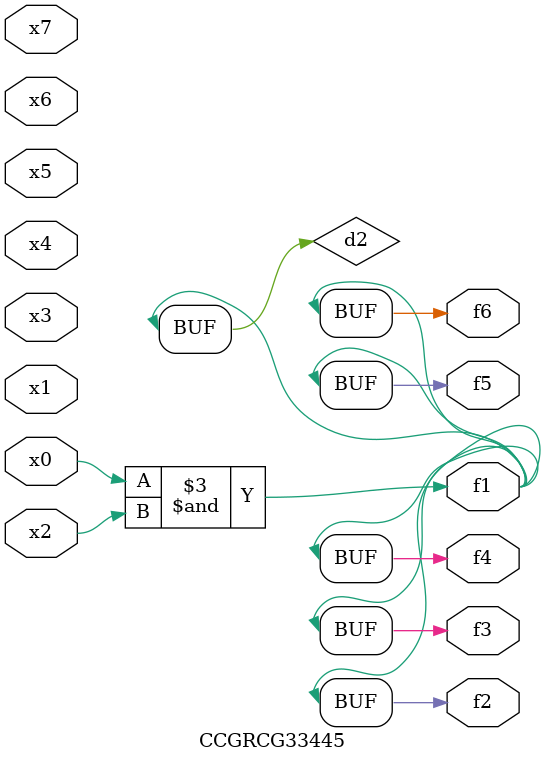
<source format=v>
module CCGRCG33445(
	input x0, x1, x2, x3, x4, x5, x6, x7,
	output f1, f2, f3, f4, f5, f6
);

	wire d1, d2;

	nor (d1, x3, x6);
	and (d2, x0, x2);
	assign f1 = d2;
	assign f2 = d2;
	assign f3 = d2;
	assign f4 = d2;
	assign f5 = d2;
	assign f6 = d2;
endmodule

</source>
